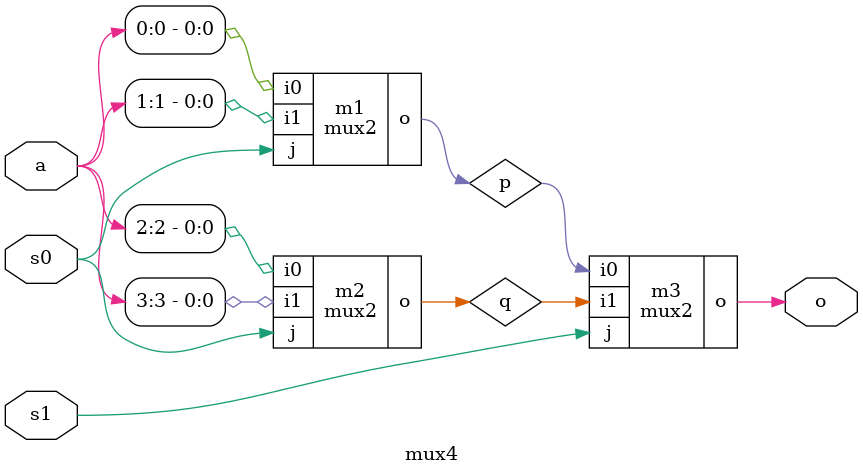
<source format=v>
module mux2 (input wire i0, i1, j, output wire o);
  assign o = (j==0)?i0:i1;
endmodule

module mux4 (input wire [0:3]a, input wire s1, s0, output wire o);
  wire  p, q;
  
	mux2 m1(a[0], a[1], s0, p);
	mux2 m2(a[2], a[3], s0, q);
	mux2 m3(p, q, s1, o);

endmodule


</source>
